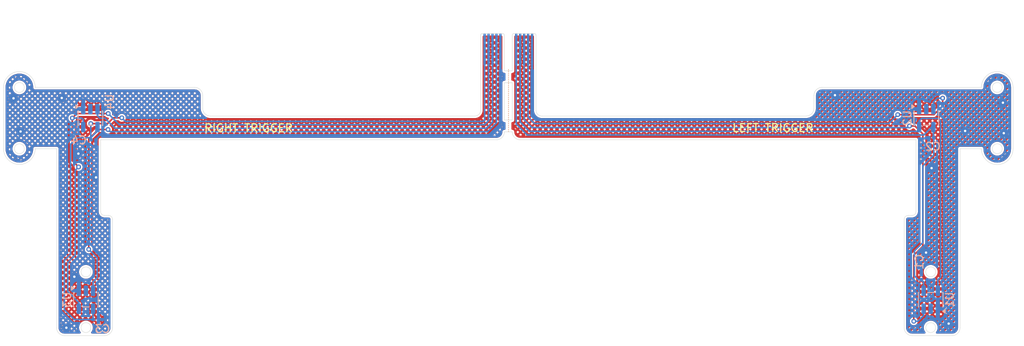
<source format=kicad_pcb>
(kicad_pcb (version 20241229) (generator "pcbnew") (generator_version "9.0")
  (layers (0 "F.Cu" signal) (2 "B.Cu" signal) (13 "F.Paste" user) (15 "B.Paste" user) (5 "F.SilkS" user "F.Silkscreen") (7 "B.SilkS" user "B.Silkscreen") (1 "F.Mask" user) (3 "B.Mask" user) (25 "Edge.Cuts" user))
  (net 0 "")
  (net 5 "GND")
  (net 6 "TRIGGER_EN_L")
  (net 7 "+3V3")
  (net 8 "ADC_3")
  (net 9 "ADC_2")
  (net 10 "ADC_0")
  (net 11 "ADC_1")
  (net 12 "TRIGGER_EN_R")
  (net 13 "+3V3L")
  (net 14 "GNDL")
  (footprint "hhl:505110-0592 Ribbon" (layer "F.Cu") (at 215.477499 126.617251 90)
    (property "Reference" "J2" (hide yes))
    (property "Value" "Conn_01x05_Pin")
    (fp_line (start -2 -1.5) (end 1.8 -1.5) (stroke (width 0.05)) (layer "Edge.Cuts"))
    (fp_line (start 2 -1.3) (end 2 1.3) (stroke (width 0.05)) (layer "Edge.Cuts"))
    (fp_line (start 1.8 1.5) (end -2 1.5) (stroke (width 0.05)) (layer "Edge.Cuts"))
    (fp_arc (start 1.8 -1.5) (mid 1.941421 -1.441422) (end 2 -1.3) (stroke (width 0.05)) (layer "Edge.Cuts"))
    (fp_arc (start 2 1.3) (mid 1.941421 1.441422) (end 1.8 1.5) (stroke (width 0.05)) (layer "Edge.Cuts"))
    (pad "1" smd roundrect (at 0 -1 270) (size 4 0.3) (layers "B.Cu" "B.Mask") (roundrect_rratio 0.05) (net 7 "+3V3"))
    (pad "2" smd roundrect (at 0 -0.499999 270) (size 4 0.3) (layers "B.Cu" "B.Mask") (roundrect_rratio 0.05) (net 12 "TRIGGER_EN_R"))
    (pad "3" smd roundrect (at 0 0 270) (size 4 0.3) (layers "B.Cu" "B.Mask") (roundrect_rratio 0.05) (net 10 "ADC_0"))
    (pad "4" smd roundrect (at 0 0.499999 270) (size 4 0.3) (layers "B.Cu" "B.Mask") (roundrect_rratio 0.05) (net 11 "ADC_1"))
    (pad "5" smd roundrect (at 0 1 270) (size 4 0.3) (layers "B.Cu" "B.Mask") (roundrect_rratio 0.05) (net 5 "GND"))
  )
  (footprint "hhl:505110-0592 Ribbon" (layer "F.Cu") (at 219.477501 126.61725 90)
    (property "Reference" "J1" (hide yes))
    (property "Value" "Conn_01x05_Pin")
    (fp_line (start -2 -1.5) (end 1.8 -1.5) (stroke (width 0.05)) (layer "Edge.Cuts"))
    (fp_line (start 2 -1.3) (end 2 1.3) (stroke (width 0.05)) (layer "Edge.Cuts"))
    (fp_line (start 1.8 1.5) (end -2 1.5) (stroke (width 0.05)) (layer "Edge.Cuts"))
    (fp_arc (start 1.8 -1.5) (mid 1.941421 -1.441422) (end 2 -1.3) (stroke (width 0.05)) (layer "Edge.Cuts"))
    (fp_arc (start 2 1.3) (mid 1.941421 1.441422) (end 1.8 1.5) (stroke (width 0.05)) (layer "Edge.Cuts"))
    (pad "1" smd roundrect (at 0 -1 270) (size 4 0.3) (layers "B.Cu" "B.Mask") (roundrect_rratio 0.05) (net 13 "+3V3L"))
    (pad "2" smd roundrect (at 0 -0.499999 270) (size 4 0.3) (layers "B.Cu" "B.Mask") (roundrect_rratio 0.05) (net 6 "TRIGGER_EN_L"))
    (pad "3" smd roundrect (at 0 0 270) (size 4 0.3) (layers "B.Cu" "B.Mask") (roundrect_rratio 0.05) (net 8 "ADC_3"))
    (pad "4" smd roundrect (at 0 0.499999 270) (size 4 0.3) (layers "B.Cu" "B.Mask") (roundrect_rratio 0.05) (net 9 "ADC_2"))
    (pad "5" smd roundrect (at 0 1 270) (size 4 0.3) (layers "B.Cu" "B.Mask") (roundrect_rratio 0.05) (net 14 "GNDL"))
  )
  (footprint "hhl:SOT-23-5L" (layer "B.Cu") (at 270.879901 158.268448 90)
    (property "Reference" "U1" (at 0 2.4 90) (layer "B.SilkS") (effects (justify mirror)))
    (property "Value" "HAL4395")
    (fp_line (start 0.91 -1.56) (end -0.91 -1.56) (stroke (width 0.12)) (layer "B.SilkS"))
    (fp_line (start -0.91 -1.56) (end -0.91 -1.51) (stroke (width 0.12)) (layer "B.SilkS"))
    (fp_line (start 0.91 -1.51) (end 0.91 -1.56) (stroke (width 0.12)) (layer "B.SilkS"))
    (fp_line (start 0.91 0.39) (end 0.91 -0.39) (stroke (width 0.12)) (layer "B.SilkS"))
    (fp_line (start -0.91 1.51) (end -0.91 1.56) (stroke (width 0.12)) (layer "B.SilkS"))
    (fp_line (start 0.91 1.56) (end 0.91 1.51) (stroke (width 0.12)) (layer "B.SilkS"))
    (fp_line (start -0.91 1.56) (end 0.91 1.56) (stroke (width 0.12)) (layer "B.SilkS"))
    (fp_poly (pts (xy -1.45 1.51) (xy -1.69 1.84) (xy -1.21 1.84)) (stroke (width 0.12)) (fill yes) (layer "B.SilkS"))
    (pad "1" smd roundrect (at 1.1375 -0.9 90) (size 1.325 0.55) (layers "B.Cu" "B.Mask" "B.Paste") (net 13 "+3V3L"))
    (pad "2" smd roundrect (at 1.1375 0.9 90) (size 1.325 0.55) (layers "B.Cu" "B.Mask" "B.Paste") (net 6 "TRIGGER_EN_L"))
    (pad "3" smd roundrect (at -1.1375 0.9 90) (size 1.325 0.55) (layers "B.Cu" "B.Mask" "B.Paste") (net 14 "GNDL"))
    (pad "4" smd roundrect (at -1.1375 0 90) (size 1.325 0.55) (layers "B.Cu" "B.Mask" "B.Paste"))
    (pad "5" smd roundrect (at -1.1375 -0.9 90) (size 1.325 0.55) (layers "B.Cu" "B.Mask" "B.Paste") (net 8 "ADC_3"))
  )
  (footprint "Capacitor_SMD:C_0201_0603Metric" (layer "B.Cu") (at 165.02 138.05 180)
    (property "Reference" "C4" (at 1.83 -0.06 0) (layer "B.SilkS") (effects (justify mirror)))
    (property "Value" "100n")
    (pad "1" smd roundrect (at -0.32 0 180) (size 0.46 0.4) (layers "B.Cu" "B.Mask") (net 5 "GND"))
    (pad "2" smd roundrect (at 0.32 0 180) (size 0.46 0.4) (layers "B.Cu" "B.Mask") (net 7 "+3V3"))
  )
  (footprint "hhl:SOT-23-5L" (layer "B.Cu") (at 164.0751 158.268448 -90)
    (property "Reference" "U3" (at 0 2.4 90) (layer "B.SilkS") (effects (justify mirror)))
    (property "Value" "HAL4395")
    (fp_line (start -0.91 1.56) (end 0.91 1.56) (stroke (width 0.12)) (layer "B.SilkS"))
    (fp_line (start 0.91 1.56) (end 0.91 1.51) (stroke (width 0.12)) (layer "B.SilkS"))
    (fp_line (start -0.91 1.51) (end -0.91 1.56) (stroke (width 0.12)) (layer "B.SilkS"))
    (fp_line (start 0.91 0.39) (end 0.91 -0.39) (stroke (width 0.12)) (layer "B.SilkS"))
    (fp_line (start 0.91 -1.51) (end 0.91 -1.56) (stroke (width 0.12)) (layer "B.SilkS"))
    (fp_line (start -0.91 -1.56) (end -0.91 -1.51) (stroke (width 0.12)) (layer "B.SilkS"))
    (fp_line (start 0.91 -1.56) (end -0.91 -1.56) (stroke (width 0.12)) (layer "B.SilkS"))
    (fp_poly (pts (xy -1.45 1.51) (xy -1.69 1.84) (xy -1.21 1.84)) (stroke (width 0.12)) (fill yes) (layer "B.SilkS"))
    (pad "1" smd roundrect (at 1.1375 -0.9 270) (size 1.325 0.55) (layers "B.Cu" "B.Mask" "B.Paste") (net 7 "+3V3"))
    (pad "2" smd roundrect (at 1.1375 0.9 270) (size 1.325 0.55) (layers "B.Cu" "B.Mask" "B.Paste") (net 12 "TRIGGER_EN_R"))
    (pad "3" smd roundrect (at -1.1375 0.9 270) (size 1.325 0.55) (layers "B.Cu" "B.Mask" "B.Paste") (net 5 "GND"))
    (pad "4" smd roundrect (at -1.1375 0 270) (size 1.325 0.55) (layers "B.Cu" "B.Mask" "B.Paste"))
    (pad "5" smd roundrect (at -1.1375 -0.9 270) (size 1.325 0.55) (layers "B.Cu" "B.Mask" "B.Paste") (net 11 "ADC_1"))
  )
  (footprint "Capacitor_SMD:C_0201_0603Metric" (layer "B.Cu") (at 165.33 160.77 180)
    (property "Reference" "C3" (at -0.83 -1.18 0) (layer "B.SilkS") (effects (justify mirror)))
    (property "Value" "100n")
    (pad "1" smd roundrect (at -0.32 0 180) (size 0.46 0.4) (layers "B.Cu" "B.Mask") (net 5 "GND"))
    (pad "2" smd roundrect (at 0.32 0 180) (size 0.46 0.4) (layers "B.Cu" "B.Mask") (net 7 "+3V3"))
  )
  (footprint "Capacitor_SMD:C_0201_0603Metric" (layer "B.Cu") (at 270.95 137.78)
    (property "Reference" "C2" (at 0.21 1.12 0) (layer "B.SilkS") (effects (justify mirror)))
    (property "Value" "100n")
    (pad "1" smd roundrect (at -0.32 0) (size 0.46 0.4) (layers "B.Cu" "B.Mask") (net 14 "GNDL"))
    (pad "2" smd roundrect (at 0.32 0) (size 0.46 0.4) (layers "B.Cu" "B.Mask") (net 13 "+3V3L"))
  )
  (footprint "Capacitor_SMD:C_0201_0603Metric" (layer "B.Cu") (at 269.7 155.42 -90)
    (property "Reference" "C1" (at -1.95 0.27 90) (layer "B.SilkS") (effects (justify mirror)))
    (property "Value" "100n")
    (pad "1" smd roundrect (at -0.32 0 270) (size 0.46 0.4) (layers "B.Cu" "B.Mask") (net 14 "GNDL"))
    (pad "2" smd roundrect (at 0.32 0 270) (size 0.46 0.4) (layers "B.Cu" "B.Mask") (net 13 "+3V3L"))
  )
  (footprint "hhl:SOT-23-5L" (layer "B.Cu") (at 164.636501 135.302648 -90)
    (property "Reference" "U4" (at -2.052648 -2.423499 90) (layer "B.SilkS") (effects (justify mirror)))
    (property "Value" "HAL4395")
    (fp_line (start -0.91 1.56) (end 0.91 1.56) (stroke (width 0.12)) (layer "B.SilkS"))
    (fp_line (start 0.91 1.56) (end 0.91 1.51) (stroke (width 0.12)) (layer "B.SilkS"))
    (fp_line (start -0.91 1.51) (end -0.91 1.56) (stroke (width 0.12)) (layer "B.SilkS"))
    (fp_line (start 0.91 0.39) (end 0.91 -0.39) (stroke (width 0.12)) (layer "B.SilkS"))
    (fp_line (start 0.91 -1.51) (end 0.91 -1.56) (stroke (width 0.12)) (layer "B.SilkS"))
    (fp_line (start -0.91 -1.56) (end -0.91 -1.51) (stroke (width 0.12)) (layer "B.SilkS"))
    (fp_line (start 0.91 -1.56) (end -0.91 -1.56) (stroke (width 0.12)) (layer "B.SilkS"))
    (fp_poly (pts (xy -1.45 1.51) (xy -1.69 1.84) (xy -1.21 1.84)) (stroke (width 0.12)) (fill yes) (layer "B.SilkS"))
    (pad "1" smd roundrect (at 1.1375 -0.9 270) (size 1.325 0.55) (layers "B.Cu" "B.Mask" "B.Paste") (net 7 "+3V3"))
    (pad "2" smd roundrect (at 1.1375 0.9 270) (size 1.325 0.55) (layers "B.Cu" "B.Mask" "B.Paste") (net 12 "TRIGGER_EN_R"))
    (pad "3" smd roundrect (at -1.1375 0.9 270) (size 1.325 0.55) (layers "B.Cu" "B.Mask" "B.Paste") (net 5 "GND"))
    (pad "4" smd roundrect (at -1.1375 0 270) (size 1.325 0.55) (layers "B.Cu" "B.Mask" "B.Paste"))
    (pad "5" smd roundrect (at -1.1375 -0.9 270) (size 1.325 0.55) (layers "B.Cu" "B.Mask" "B.Paste") (net 10 "ADC_0"))
  )
  (footprint "hhl:SOT-23-5L" (layer "B.Cu") (at 270.3185 135.302648 -90)
    (property "Reference" "U2" (at 0 2.4 90) (layer "B.SilkS") (effects (justify mirror)))
    (property "Value" "HAL4395")
    (fp_line (start -0.91 1.56) (end 0.91 1.56) (stroke (width 0.12)) (layer "B.SilkS"))
    (fp_line (start 0.91 1.56) (end 0.91 1.51) (stroke (width 0.12)) (layer "B.SilkS"))
    (fp_line (start -0.91 1.51) (end -0.91 1.56) (stroke (width 0.12)) (layer "B.SilkS"))
    (fp_line (start 0.91 0.39) (end 0.91 -0.39) (stroke (width 0.12)) (layer "B.SilkS"))
    (fp_line (start 0.91 -1.51) (end 0.91 -1.56) (stroke (width 0.12)) (layer "B.SilkS"))
    (fp_line (start -0.91 -1.56) (end -0.91 -1.51) (stroke (width 0.12)) (layer "B.SilkS"))
    (fp_line (start 0.91 -1.56) (end -0.91 -1.56) (stroke (width 0.12)) (layer "B.SilkS"))
    (fp_poly (pts (xy -1.45 1.51) (xy -1.69 1.84) (xy -1.21 1.84)) (stroke (width 0.12)) (fill yes) (layer "B.SilkS"))
    (pad "1" smd roundrect (at 1.1375 -0.9 270) (size 1.325 0.55) (layers "B.Cu" "B.Mask" "B.Paste") (net 13 "+3V3L"))
    (pad "2" smd roundrect (at 1.1375 0.9 270) (size 1.325 0.55) (layers "B.Cu" "B.Mask" "B.Paste") (net 6 "TRIGGER_EN_L"))
    (pad "3" smd roundrect (at -1.1375 0.9 270) (size 1.325 0.55) (layers "B.Cu" "B.Mask" "B.Paste") (net 14 "GNDL"))
    (pad "4" smd roundrect (at -1.1375 0 270) (size 1.325 0.55) (layers "B.Cu" "B.Mask" "B.Paste"))
    (pad "5" smd roundrect (at -1.1375 -0.9 270) (size 1.325 0.55) (layers "B.Cu" "B.Mask" "B.Paste") (net 9 "ADC_2"))
  )
  (gr_line (start 217.49825 136.763551) (end 217.49825 129.067351) (stroke (width 0.12) (type dot)) (layer "F.SilkS"))
  (gr_line (start 217.49825 137.004851) (end 217.49825 129.308651) (stroke (width 0.12) (type dot)) (layer "F.SilkS"))
  (gr_line (start 217.49825 137.017551) (end 217.49825 129.321351) (stroke (width 0.12) (type dot)) (layer "B.SilkS"))
  (gr_line (start 217.49825 136.776251) (end 217.49825 129.080051) (stroke (width 0.12) (type dot)) (layer "B.SilkS"))
  (gr_circle (center 164.075101 161.793349) (end 163.4501 161.793348) (stroke (width 0.05)) (fill no) (layer "Edge.Cuts"))
  (gr_arc (start 256.113679 134.111359) (mid 255.815829 134.758812) (end 255.161458 135.041139) (stroke (width 0.05)) (layer "Edge.Cuts"))
  (gr_circle (center 279.293501 139.177649) (end 278.6685 139.177648) (stroke (width 0.05)) (fill no) (layer "Edge.Cuts"))
  (gr_line (start 217.9775 129.33175) (end 217.977501 128.61725) (stroke (width 0.05)) (layer "Edge.Cuts"))
  (gr_arc (start 221.727501 135.052428) (mid 221.227192 134.863108) (end 220.977552 134.39) (stroke (width 0.05)) (layer "Edge.Cuts"))
  (gr_line (start 255.161458 135.046647) (end 221.727501 135.046649) (stroke (width 0.05)) (layer "Edge.Cuts"))
  (gr_circle (center 155.6615 139.177649) (end 155.0365 139.17765) (stroke (width 0.05)) (fill no) (layer "Edge.Cuts"))
  (gr_arc (start 161.364001 162.801649) (mid 160.656877 162.508759) (end 160.364001 161.80165) (stroke (width 0.05)) (layer "Edge.Cuts"))
  (gr_circle (center 270.879899 161.793348) (end 270.254899 161.79335) (stroke (width 0.05)) (fill no) (layer "Edge.Cuts"))
  (gr_arc (start 179.8345 135.046649) (mid 179.127394 134.753756) (end 178.8345 134.046651) (stroke (width 0.05)) (layer "Edge.Cuts"))
  (gr_arc (start 167.433001 161.80165) (mid 167.14009 162.508725) (end 166.433 162.801651) (stroke (width 0.05)) (layer "Edge.Cuts"))
  (gr_line (start 167.433001 161.8016) (end 167.433 148.11515) (stroke (width 0.05)) (layer "Edge.Cuts"))
  (gr_line (start 217.977499 130.831752) (end 216.9775 130.831752) (stroke (width 0.05)) (layer "Edge.Cuts"))
  (gr_arc (start 268.521999 162.80165) (mid 267.814893 162.508756) (end 267.522 161.80165) (stroke (width 0.05)) (layer "Edge.Cuts"))
  (gr_circle (center 270.879901 154.743549) (end 270.2549 154.743548) (stroke (width 0.05)) (fill no) (layer "Edge.Cuts"))
  (gr_line (start 218.977499 138.046251) (end 269.022 138.046251) (stroke (width 0.05)) (layer "Edge.Cuts"))
  (gr_arc (start 277.2935 131.427649) (mid 279.293501 129.427649) (end 281.293501 131.427649) (stroke (width 0.05)) (layer "Edge.Cuts"))
  (gr_arc (start 213.977501 134.29665) (mid 213.757832 134.826981) (end 213.227501 135.04665) (stroke (width 0.05)) (layer "Edge.Cuts"))
  (gr_line (start 256.120501 132.427651) (end 256.113678 134.111359) (stroke (width 0.05)) (layer "Edge.Cuts"))
  (gr_line (start 177.834498 131.42765) (end 157.661501 131.42765) (stroke (width 0.05)) (layer "Edge.Cuts"))
  (gr_arc (start 274.591 161.801649) (mid 274.298107 162.508755) (end 273.591 162.801649) (stroke (width 0.05)) (layer "Edge.Cuts"))
  (gr_line (start 274.591 139.177648) (end 277.2935 139.177649) (stroke (width 0.05)) (layer "Edge.Cuts"))
  (gr_arc (start 177.834498 131.42765) (mid 178.541607 131.720541) (end 178.8345 132.427651) (stroke (width 0.05)) (layer "Edge.Cuts"))
  (gr_arc (start 216.977501 137.046251) (mid 216.684607 137.753357) (end 215.977501 138.046251) (stroke (width 0.05)) (layer "Edge.Cuts"))
  (gr_line (start 166.933001 147.615149) (end 166.433 147.615149) (stroke (width 0.05)) (layer "Edge.Cuts"))
  (gr_line (start 213.977499 128.617251) (end 213.977501 134.29665) (stroke (width 0.05)) (layer "Edge.Cuts"))
  (gr_arc (start 218.977499 138.046251) (mid 218.270394 137.753357) (end 217.9775 137.046251) (stroke (width 0.05)) (layer "Edge.Cuts"))
  (gr_arc (start 157.661499 139.177648) (mid 155.661501 141.177649) (end 153.661501 139.177649) (stroke (width 0.05)) (layer "Edge.Cuts"))
  (gr_arc (start 281.2935 139.177649) (mid 279.2935 141.177649) (end 277.2935 139.177649) (stroke (width 0.05)) (layer "Edge.Cuts"))
  (gr_line (start 161.364001 162.801649) (end 166.433 162.801651) (stroke (width 0.05)) (layer "Edge.Cuts"))
  (gr_line (start 153.6615 131.427652) (end 153.661501 139.177649) (stroke (width 0.05)) (layer "Edge.Cuts"))
  (gr_arc (start 267.522001 148.11515) (mid 267.668447 147.761595) (end 268.022001 147.615148) (stroke (width 0.05)) (layer "Edge.Cuts"))
  (gr_line (start 268.521999 162.80165) (end 273.591 162.801649) (stroke (width 0.05)) (layer "Edge.Cuts"))
  (gr_line (start 165.933 138.046251) (end 215.977501 138.046251) (stroke (width 0.05)) (layer "Edge.Cuts"))
  (gr_line (start 269.022 138.046251) (end 269.021999 147.115146) (stroke (width 0.05)) (layer "Edge.Cuts"))
  (gr_arc (start 166.433 147.615149) (mid 166.079448 147.468703) (end 165.933 147.11515) (stroke (width 0.05)) (layer "Edge.Cuts"))
  (gr_line (start 216.977501 137.046251) (end 217.9775 137.046251) (stroke (width 0.05)) (layer "Edge.Cuts"))
  (gr_line (start 213.227499 135.046648) (end 179.8345 135.046649) (stroke (width 0.05)) (layer "Edge.Cuts"))
  (gr_arc (start 256.120501 132.427651) (mid 256.413393 131.720541) (end 257.120497 131.427648) (stroke (width 0.05)) (layer "Edge.Cuts"))
  (gr_line (start 274.591 161.8016) (end 274.591 139.177648) (stroke (width 0.05)) (layer "Edge.Cuts"))
  (gr_line (start 281.2935 139.177649) (end 281.293501 131.427649) (stroke (width 0.05)) (layer "Edge.Cuts"))
  (gr_circle (center 279.293501 131.42765) (end 278.668502 131.42765) (stroke (width 0.05)) (fill no) (layer "Edge.Cuts"))
  (gr_line (start 165.933 147.11515) (end 165.933 138.046251) (stroke (width 0.05)) (layer "Edge.Cuts"))
  (gr_arc (start 166.933001 147.615149) (mid 167.286555 147.761596) (end 167.433 148.11515) (stroke (width 0.05)) (layer "Edge.Cuts"))
  (gr_circle (center 164.0751 154.743549) (end 163.450101 154.743549) (stroke (width 0.05)) (fill no) (layer "Edge.Cuts"))
  (gr_circle (center 155.6615 131.427649) (end 155.0365 131.427648) (stroke (width 0.05)) (fill no) (layer "Edge.Cuts"))
  (gr_line (start 217.977499 130.831752) (end 217.9775 135.546251) (stroke (width 0.05)) (layer "Edge.Cuts"))
  (gr_line (start 216.977501 129.33175) (end 216.977499 128.617251) (stroke (width 0.05)) (layer "Edge.Cuts"))
  (gr_line (start 216.9775 135.546251) (end 216.9775 130.831752) (stroke (width 0.05)) (layer "Edge.Cuts"))
  (gr_line (start 220.977551 134.389978) (end 220.977501 128.61725) (stroke (width 0.05)) (layer "Edge.Cuts"))
  (gr_line (start 216.9775 135.546251) (end 217.9775 135.546251) (stroke (width 0.05)) (layer "Edge.Cuts"))
  (gr_arc (start 269.021999 147.115146) (mid 268.875553 147.468703) (end 268.521997 147.615148) (stroke (width 0.05)) (layer "Edge.Cuts"))
  (gr_arc (start 153.6615 131.427652) (mid 155.661499 129.427648) (end 157.661501 131.42765) (stroke (width 0.05)) (layer "Edge.Cuts"))
  (gr_line (start 267.522001 148.11515) (end 267.522 161.8) (stroke (width 0.05)) (layer "Edge.Cuts"))
  (gr_line (start 277.2935 131.427649) (end 257.120497 131.427648) (stroke (width 0.05)) (layer "Edge.Cuts"))
  (gr_line (start 178.8345 134.046651) (end 178.8345 132.427651) (stroke (width 0.05)) (layer "Edge.Cuts"))
  (gr_line (start 268.521997 147.615148) (end 268.022001 147.615148) (stroke (width 0.05)) (layer "Edge.Cuts"))
  (gr_line (start 157.661499 139.177648) (end 160.364001 139.177649) (stroke (width 0.05)) (layer "Edge.Cuts"))
  (gr_line (start 216.977501 129.33175) (end 217.9775 129.33175) (stroke (width 0.05)) (layer "Edge.Cuts"))
  (gr_line (start 160.364001 139.177649) (end 160.364001 161.80165) (stroke (width 0.05)) (layer "Edge.Cuts"))
  (gr_text "RIGHT TRIGGER" (at 178.94105 137.157252 0) (layer "F.SilkS") (effects (font (size 1 1)) (justify left bottom)))
  (gr_text "LEFT TRIGGER" (at 245.71765 137.131851 0) (layer "F.SilkS") (effects (font (size 1 1)) (justify left bottom)))
  (via (at 161.6 161.81) (size 0.6) (drill 0.3) (layers "F.Cu" "B.Cu") (net 5))
  (via (at 163.12 139.8) (size 0.6) (drill 0.3) (layers "F.Cu" "B.Cu") (net 5))
  (via (at 155.81 137) (size 0.6) (drill 0.3) (layers "F.Cu" "B.Cu") (net 5))
  (via (at 154.92 132.8) (size 0.6) (drill 0.3) (layers "F.Cu" "B.Cu") (net 5))
  (via (at 165.35 142.8) (size 0.6) (drill 0.3) (layers "F.Cu" "B.Cu") (net 5))
  (via (at 161.02 132.76) (size 0.6) (drill 0.3) (layers "F.Cu" "B.Cu") (net 5))
  (via (at 162.61 155.36) (size 0.6) (drill 0.3) (layers "F.Cu" "B.Cu") (net 5))
  (segment (start 215.25 137.44) (end 165.86 137.44) (width 0.2) (layer "B.Cu") (net 5))
  (segment (start 216.477499 126.617251) (end 216.477499 136.212501) (width 0.2) (layer "B.Cu") (net 5))
  (segment (start 216.477499 136.212501) (end 215.25 137.44) (width 0.2) (layer "B.Cu") (net 5))
  (segment (start 165.86 137.44) (end 165.39 137.91) (width 0.2) (layer "B.Cu") (net 5))
  (segment (start 154.761501 132.958499) (end 154.92 132.8) (width 0.2) (layer "B.Cu") (net 5))
  (segment (start 220.165249 136.979451) (end 269.166456 136.979451) (width 0.2) (layer "B.Cu") (net 6))
  (segment (start 269.166456 136.979451) (end 269.4185 136.727407) (width 0.2) (layer "B.Cu") (net 6))
  (segment (start 272.13 135.6) (end 272.13 155.4) (width 0.2) (layer "B.Cu") (net 6))
  (segment (start 269.74 135.34) (end 271.87 135.34) (width 0.2) (layer "B.Cu") (net 6))
  (segment (start 272.13 155.4) (end 271.779901 155.750099) (width 0.2) (layer "B.Cu") (net 6))
  (segment (start 218.977502 126.61725) (end 218.977502 135.791703) (width 0.2) (layer "B.Cu") (net 6))
  (segment (start 269.4185 135.6615) (end 269.74 135.34) (width 0.2) (layer "B.Cu") (net 6))
  (segment (start 269.4185 136.727407) (end 269.4185 136.440148) (width 0.2) (layer "B.Cu") (net 6))
  (segment (start 271.779901 155.750099) (end 271.779901 157.130948) (width 0.2) (layer "B.Cu") (net 6))
  (segment (start 269.4185 136.440148) (end 269.4185 135.6615) (width 0.2) (layer "B.Cu") (net 6))
  (segment (start 218.977502 135.791703) (end 220.165249 136.979451) (width 0.2) (layer "B.Cu") (net 6))
  (segment (start 271.87 135.34) (end 272.13 135.6) (width 0.2) (layer "B.Cu") (net 6))
  (segment (start 167.16 135.65) (end 166.81 136) (width 0.2) (layer "F.Cu") (net 7))
  (segment (start 167.54 135.27) (end 167.16 135.65) (width 0.2) (layer "F.Cu") (net 7))
  (segment (start 166.81 136) (end 164.69 136) (width 0.2) (layer "F.Cu") (net 7))
  (segment (start 168.61 135.27) (end 167.54 135.27) (width 0.2) (layer "F.Cu") (net 7))
  (via (at 164.69 136) (size 0.6) (drill 0.3) (layers "F.Cu" "B.Cu") (net 7))
  (via (at 168.61 135.27) (size 0.6) (drill 0.3) (layers "F.Cu" "B.Cu") (net 7))
  (segment (start 161.35 159.52) (end 162.6 160.77) (width 0.2) (layer "B.Cu") (net 7))
  (segment (start 164.9751 160.7351) (end 165.01 160.77) (width 0.2) (layer "B.Cu") (net 7))
  (segment (start 162.13 138.626701) (end 162.976701 137.78) (width 0.2) (layer "B.Cu") (net 7))
  (segment (start 165.36 137.12) (end 164.7 137.78) (width 0.2) (layer "B.Cu") (net 7))
  (segment (start 164.69 137.77) (end 164.7 137.78) (width 0.2) (layer "B.Cu") (net 7))
  (segment (start 214.312701 135.72) (end 214.477499 135.555202) (width 0.2) (layer "B.Cu") (net 7))
  (segment (start 164.7 137.78) (end 164.7 138.05) (width 0.2) (layer "B.Cu") (net 7))
  (segment (start 162.13 152.52) (end 161.35 153.3) (width 0.2) (layer "B.Cu") (net 7))
  (segment (start 165.536501 136.440148) (end 165.36 136.616649) (width 0.2) (layer "B.Cu") (net 7))
  (segment (start 169.06 135.72) (end 168.61 135.27) (width 0.2) (layer "B.Cu") (net 7))
  (segment (start 162.13 138.626701) (end 162.13 152.52) (width 0.2) (layer "B.Cu") (net 7))
  (segment (start 164.9751 159.405948) (end 164.9751 160.7351) (width 0.2) (layer "B.Cu") (net 7))
  (segment (start 164.69 136) (end 164.69 137.77) (width 0.2) (layer "B.Cu") (net 7))
  (segment (start 214.312701 135.72) (end 169.06 135.72) (width 0.2) (layer "B.Cu") (net 7))
  (segment (start 162.6 160.77) (end 165.01 160.77) (width 0.2) (layer "B.Cu") (net 7))
  (segment (start 165.36 136.616649) (end 165.36 137.12) (width 0.2) (layer "B.Cu") (net 7))
  (segment (start 161.35 153.3) (end 161.35 159.52) (width 0.2) (layer "B.Cu") (net 7))
  (segment (start 214.477499 135.555202) (end 214.477499 126.617251) (width 0.2) (layer "B.Cu") (net 7))
  (segment (start 162.976701 137.78) (end 164.7 137.78) (width 0.2) (layer "B.Cu") (net 7))
  (segment (start 269.89 137.31) (end 269.89 151.49) (width 0.2) (layer "F.Cu") (net 8))
  (segment (start 268.88 136.3) (end 269.89 137.31) (width 0.2) (layer "F.Cu") (net 8))
  (segment (start 268.74 152.64) (end 268.74 160.99) (width 0.2) (layer "F.Cu") (net 8))
  (segment (start 269.89 151.49) (end 268.74 152.64) (width 0.2) (layer "F.Cu") (net 8))
  (segment (start 268.2 136.3) (end 268.88 136.3) (width 0.2) (layer "F.Cu") (net 8))
  (via (at 268.2 136.3) (size 0.6) (drill 0.3) (layers "F.Cu" "B.Cu") (net 8))
  (via (at 268.74 160.99) (size 0.6) (drill 0.3) (layers "F.Cu" "B.Cu") (net 8))
  (segment (start 268.74 160.99) (end 269.26 160.99) (width 0.2) (layer "B.Cu") (net 8))
  (segment (start 269.979901 160.270099) (end 269.979901 159.405948) (width 0.2) (layer "B.Cu") (net 8))
  (segment (start 268.003149 136.496851) (end 220.47005 136.496851) (width 0.2) (layer "B.Cu") (net 8))
  (segment (start 269.26 160.99) (end 269.979901 160.270099) (width 0.2) (layer "B.Cu") (net 8))
  (segment (start 219.477501 135.504303) (end 219.477501 126.61725) (width 0.2) (layer "B.Cu") (net 8))
  (segment (start 220.47005 136.496851) (end 219.477501 135.504303) (width 0.2) (layer "B.Cu") (net 8))
  (segment (start 268.2 136.3) (end 268.003149 136.496851) (width 0.2) (layer "B.Cu") (net 8))
  (segment (start 271.81 134.34) (end 272.39 133.76) (width 0.2) (layer "F.Cu") (net 9))
  (segment (start 266.71 134.87) (end 271.28 134.87) (width 0.2) (layer "F.Cu") (net 9))
  (segment (start 271.28 134.87) (end 271.81 134.34) (width 0.2) (layer "F.Cu") (net 9))
  (segment (start 272.39 133.76) (end 272.39 132.78) (width 0.2) (layer "F.Cu") (net 9))
  (via (at 266.71 134.87) (size 0.6) (drill 0.3) (layers "F.Cu" "B.Cu") (net 9))
  (via (at 272.39 132.78) (size 0.6) (drill 0.3) (layers "F.Cu" "B.Cu") (net 9))
  (segment (start 220.77485 135.988851) (end 265.591149 135.988851) (width 0.2) (layer "B.Cu") (net 9))
  (segment (start 265.591149 135.988851) (end 266.71 134.87) (width 0.2) (layer "B.Cu") (net 9))
  (segment (start 271.71 132.78) (end 271.2185 133.2715) (width 0.2) (layer "B.Cu") (net 9))
  (segment (start 272.39 132.78) (end 271.71 132.78) (width 0.2) (layer "B.Cu") (net 9))
  (segment (start 271.2185 133.2715) (end 271.2185 134.165148) (width 0.2) (layer "B.Cu") (net 9))
  (segment (start 220.77485 135.988851) (end 219.977501 135.191501) (width 0.2) (layer "B.Cu") (net 9))
  (segment (start 219.977501 135.191501) (end 219.977501 126.61725) (width 0.2) (layer "B.Cu") (net 9))
  (segment (start 166.48 135.31) (end 165.84 135.31) (width 0.2) (layer "B.Cu") (net 10))
  (segment (start 215.477499 126.617251) (end 215.477499 135.792501) (width 0.2) (layer "B.Cu") (net 10))
  (segment (start 165.536501 135.006501) (end 165.536501 134.165148) (width 0.2) (layer "B.Cu") (net 10))
  (segment (start 214.679349 136.590651) (end 167.760651 136.590651) (width 0.2) (layer "B.Cu") (net 10))
  (segment (start 215.477499 135.792501) (end 214.679349 136.590651) (width 0.2) (layer "B.Cu") (net 10))
  (segment (start 165.84 135.31) (end 165.536501 135.006501) (width 0.2) (layer "B.Cu") (net 10))
  (segment (start 167.760651 136.590651) (end 166.48 135.31) (width 0.2) (layer "B.Cu") (net 10))
  (segment (start 165.63 136.75) (end 164.43 137.95) (width 0.2) (layer "F.Cu") (net 11))
  (segment (start 166.87 136.75) (end 165.63 136.75) (width 0.2) (layer "F.Cu") (net 11))
  (segment (start 164.43 137.95) (end 164.43 151.9) (width 0.2) (layer "F.Cu") (net 11))
  (via (at 166.87 136.75) (size 0.6) (drill 0.3) (layers "F.Cu" "B.Cu") (net 11))
  (via (at 164.43 151.9) (size 0.6) (drill 0.3) (layers "F.Cu" "B.Cu") (net 11))
  (segment (start 164.9751 157.130948) (end 164.9751 156.0149) (width 0.2) (layer "B.Cu") (net 11))
  (segment (start 215.977498 135.902502) (end 215.977498 126.617252) (width 0.2) (layer "B.Cu") (net 11))
  (segment (start 214.86 137.02) (end 167.14 137.02) (width 0.2) (layer "B.Cu") (net 11))
  (segment (start 164.9751 156.0149) (end 165.5 155.49) (width 0.2) (layer "B.Cu") (net 11))
  (segment (start 214.86 137.02) (end 215.977498 135.902502) (width 0.2) (layer "B.Cu") (net 11))
  (segment (start 165.5 155.49) (end 165.5 152.97) (width 0.2) (layer "B.Cu") (net 11))
  (segment (start 167.14 137.02) (end 166.87 136.75) (width 0.2) (layer "B.Cu") (net 11))
  (segment (start 165.5 152.97) (end 164.43 151.9) (width 0.2) (layer "B.Cu") (net 11))
  (segment (start 166.89 134.73) (end 162.92 134.73) (width 0.2) (layer "F.Cu") (net 12))
  (segment (start 162.35 140.68) (end 163.15 141.48) (width 0.2) (layer "F.Cu") (net 12))
  (segment (start 162.92 134.73) (end 162.35 135.3) (width 0.2) (layer "F.Cu") (net 12))
  (segment (start 162.35 135.3) (end 162.35 140.68) (width 0.2) (layer "F.Cu") (net 12))
  (via (at 163.15 141.48) (size 0.6) (drill 0.3) (layers "F.Cu" "B.Cu") (net 12))
  (via (at 162.35 135.3) (size 0.6) (drill 0.3) (layers "F.Cu" "B.Cu") (net 12))
  (via (at 166.89 134.73) (size 0.6) (drill 0.3) (layers "F.Cu" "B.Cu") (net 12))
  (segment (start 214.47 136.13) (end 214.9775 135.6225) (width 0.2) (layer "B.Cu") (net 12))
  (segment (start 162.72 152.61) (end 161.77 153.56) (width 0.2) (layer "B.Cu") (net 12))
  (segment (start 214.9775 135.6225) (end 214.9775 126.617251) (width 0.2) (layer "B.Cu") (net 12))
  (segment (start 163.53 135.3) (end 163.736501 135.506501) (width 0.2) (layer "B.Cu") (net 12))
  (segment (start 162.72 141.91) (end 162.72 152.61) (width 0.2) (layer "B.Cu") (net 12))
  (segment (start 161.77 153.56) (end 161.77 157.22) (width 0.2) (layer "B.Cu") (net 12))
  (segment (start 163.15 141.48) (end 162.72 141.91) (width 0.2) (layer "B.Cu") (net 12))
  (segment (start 161.77 157.22) (end 163.1751 158.6251) (width 0.2) (layer "B.Cu") (net 12))
  (segment (start 163.1751 158.6251) (end 163.1751 159.405948) (width 0.2) (layer "B.Cu") (net 12))
  (segment (start 163.736501 135.506501) (end 163.736501 136.440148) (width 0.2) (layer "B.Cu") (net 12))
  (segment (start 214.47 136.13) (end 168.29 136.13) (width 0.2) (layer "B.Cu") (net 12))
  (segment (start 162.35 135.3) (end 163.53 135.3) (width 0.2) (layer "B.Cu") (net 12))
  (segment (start 168.29 136.13) (end 166.89 134.73) (width 0.2) (layer "B.Cu") (net 12))
  (segment (start 268.82 155.24) (end 268.82 152.1) (width 0.2) (layer "B.Cu") (net 13))
  (segment (start 269.979901 157.130948) (end 269.979901 156.019901) (width 0.2) (layer "B.Cu") (net 13))
  (segment (start 269.88 151.04) (end 269.88 147.031047) (width 0.2) (layer "B.Cu") (net 13))
  (segment (start 269.88 141.36) (end 271.27 139.97) (width 0.2) (layer "B.Cu") (net 13))
  (segment (start 218.477501 126.61725) (end 218.477501 136.053702) (width 0.2) (layer "B.Cu") (net 13))
  (segment (start 271.27 139.97) (end 271.27 137.78) (width 0.2) (layer "B.Cu") (net 13))
  (segment (start 268.82 152.1) (end 269.88 151.04) (width 0.2) (layer "B.Cu") (net 13))
  (segment (start 269.979901 156.019901) (end 269.7 155.74) (width 0.2) (layer "B.Cu") (net 13))
  (segment (start 271.009852 136.440148) (end 271.2185 136.440148) (width 0.2) (layer "B.Cu") (net 13))
  (segment (start 269.88 147.031047) (end 269.88 141.36) (width 0.2) (layer "B.Cu") (net 13))
  (segment (start 218.477501 136.053702) (end 219.86045 137.436651) (width 0.2) (layer "B.Cu") (net 13))
  (segment (start 269.7 155.74) (end 269.32 155.74) (width 0.2) (layer "B.Cu") (net 13))
  (segment (start 271.2185 136.440148) (end 271.2185 137.7285) (width 0.2) (layer "B.Cu") (net 13))
  (segment (start 271.2185 137.7285) (end 271.27 137.78) (width 0.2) (layer "B.Cu") (net 13))
  (segment (start 219.86045 137.436651) (end 270.013349 137.436651) (width 0.2) (layer "B.Cu") (net 13))
  (segment (start 270.013349 137.436651) (end 271.009852 136.440148) (width 0.2) (layer "B.Cu") (net 13))
  (segment (start 269.32 155.74) (end 268.82 155.24) (width 0.2) (layer "B.Cu") (net 13))
  (via (at 270.29 152.31) (size 0.6) (drill 0.3) (layers "F.Cu" "B.Cu") (net 14))
  (via (at 270.99065 141.627651) (size 0.6) (drill 0.3) (layers "F.Cu" "B.Cu") (net 14))
  (via (at 273.15 161.29) (size 0.6) (drill 0.3) (layers "F.Cu" "B.Cu") (net 14))
  (via (at 275.23245 136.928651) (size 0.6) (drill 0.3) (layers "F.Cu" "B.Cu") (net 14))
  (via (at 280.01 133.36) (size 0.6) (drill 0.3) (layers "F.Cu" "B.Cu") (net 14))
  (via (at 258.77325 132.407451) (size 0.6) (drill 0.3) (layers "F.Cu" "B.Cu") (net 14))
  (via (at 280.12 137.21) (size 0.6) (drill 0.3) (layers "F.Cu" "B.Cu") (net 14))
  (segment (start 270.63 137.78) (end 270.5 137.91) (width 0.2) (layer "B.Cu") (net 14))
  (segment (start 270.5 137.91) (end 269.78 137.91) (width 0.2) (layer "B.Cu") (net 14))
  (segment (start 220.477501 126.61725) (end 220.477501 134.777102) (width 0.2) (layer "B.Cu") (net 14))
  (segment (start 220.477501 134.777102) (end 220.92725 135.226851) (width 0.2) (layer "B.Cu") (net 14))
  (zone (net 14) (net_name "GNDL") (layers "F.Cu" "B.Cu") (connect_pads (clearance 0.2)) (min_thickness 0.25) (fill yes (mode hatch) (thermal_gap 0.5) (thermal_bridge_width 0.5) (hatch_thickness 0.25) (hatch_gap 0.25) (hatch_orientation 45) (hatch_border_algorithm hatch_thickness) (hatch_min_hole_area 0.3))
    (polygon (pts (xy 282.687639 163.885525) (xy 217.917639 163.834725) (xy 217.843039 124.485325) (xy 282.562239 124.739324)))
  )
  (zone (net 5) (net_name "GND") (layers "F.Cu" "B.Cu") (connect_pads (clearance 0.2)) (min_thickness 0.25) (fill yes (mode hatch) (thermal_gap 0.5) (thermal_bridge_width 0.5) (hatch_thickness 0.25) (hatch_gap 0.25) (hatch_orientation 45) (hatch_border_algorithm hatch_thickness) (hatch_min_hole_area 0.3))
    (polygon (pts (xy 217.14265 163.727851) (xy 153.21085 164.108851) (xy 153.23625 124.279451) (xy 217.11725 124.101651)))
  )
)
</source>
